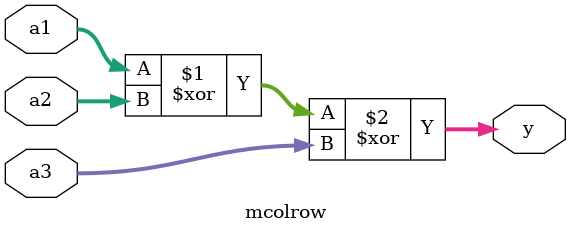
<source format=v>
module  mcolrow  ( a1,a2,a3, y ) ; 

input   [4:0]  a1 ;  // 5-bit input
input   [4:0]  a2 ;  // 5-bit input
input   [4:0]  a3 ;  // 5-bit input

output  [4:0]  y ;  // 5-bit output

assign y=a1^a2^a3;

endmodule

</source>
